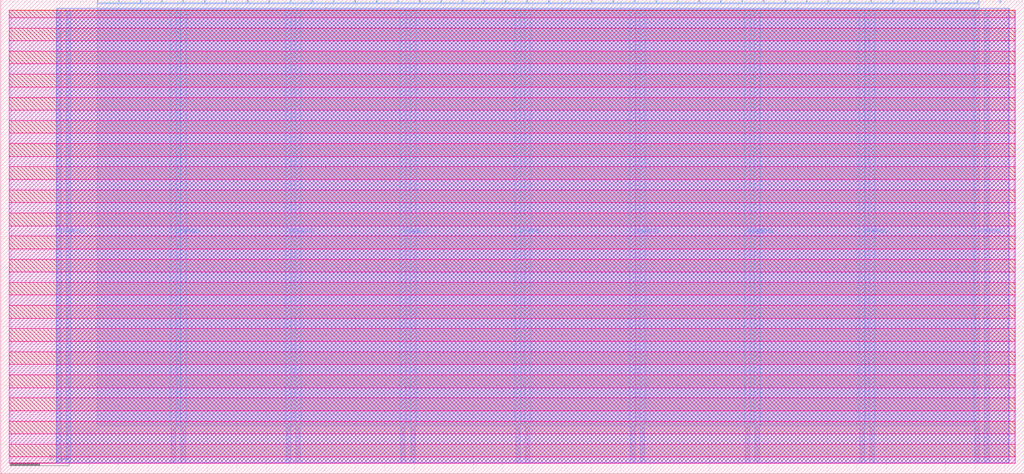
<source format=lef>
VERSION 5.7 ;
  NOWIREEXTENSIONATPIN ON ;
  DIVIDERCHAR "/" ;
  BUSBITCHARS "[]" ;
MACRO tt_um_rejunity_vga_logo
  CLASS BLOCK ;
  FOREIGN tt_um_rejunity_vga_logo ;
  ORIGIN 0.000 0.000 ;
  SIZE 346.640 BY 160.720 ;
  PIN VGND
    DIRECTION INOUT ;
    USE GROUND ;
    PORT
      LAYER Metal4 ;
        RECT 22.180 3.620 23.780 157.100 ;
    END
    PORT
      LAYER Metal4 ;
        RECT 61.050 3.620 62.650 157.100 ;
    END
    PORT
      LAYER Metal4 ;
        RECT 99.920 3.620 101.520 157.100 ;
    END
    PORT
      LAYER Metal4 ;
        RECT 138.790 3.620 140.390 157.100 ;
    END
    PORT
      LAYER Metal4 ;
        RECT 177.660 3.620 179.260 157.100 ;
    END
    PORT
      LAYER Metal4 ;
        RECT 216.530 3.620 218.130 157.100 ;
    END
    PORT
      LAYER Metal4 ;
        RECT 255.400 3.620 257.000 157.100 ;
    END
    PORT
      LAYER Metal4 ;
        RECT 294.270 3.620 295.870 157.100 ;
    END
    PORT
      LAYER Metal4 ;
        RECT 333.140 3.620 334.740 157.100 ;
    END
  END VGND
  PIN VPWR
    DIRECTION INOUT ;
    USE POWER ;
    PORT
      LAYER Metal4 ;
        RECT 18.880 3.620 20.480 157.100 ;
    END
    PORT
      LAYER Metal4 ;
        RECT 57.750 3.620 59.350 157.100 ;
    END
    PORT
      LAYER Metal4 ;
        RECT 96.620 3.620 98.220 157.100 ;
    END
    PORT
      LAYER Metal4 ;
        RECT 135.490 3.620 137.090 157.100 ;
    END
    PORT
      LAYER Metal4 ;
        RECT 174.360 3.620 175.960 157.100 ;
    END
    PORT
      LAYER Metal4 ;
        RECT 213.230 3.620 214.830 157.100 ;
    END
    PORT
      LAYER Metal4 ;
        RECT 252.100 3.620 253.700 157.100 ;
    END
    PORT
      LAYER Metal4 ;
        RECT 290.970 3.620 292.570 157.100 ;
    END
    PORT
      LAYER Metal4 ;
        RECT 329.840 3.620 331.440 157.100 ;
    END
  END VPWR
  PIN clk
    DIRECTION INPUT ;
    USE SIGNAL ;
    ANTENNAGATEAREA 4.738000 ;
    PORT
      LAYER Metal4 ;
        RECT 331.090 159.720 331.390 160.720 ;
    END
  END clk
  PIN ena
    DIRECTION INPUT ;
    USE SIGNAL ;
    PORT
      LAYER Metal4 ;
        RECT 338.370 159.720 338.670 160.720 ;
    END
  END ena
  PIN rst_n
    DIRECTION INPUT ;
    USE SIGNAL ;
    ANTENNAGATEAREA 0.498500 ;
    PORT
      LAYER Metal4 ;
        RECT 323.810 159.720 324.110 160.720 ;
    END
  END rst_n
  PIN ui_in[0]
    DIRECTION INPUT ;
    USE SIGNAL ;
    ANTENNAGATEAREA 0.726000 ;
    PORT
      LAYER Metal4 ;
        RECT 316.530 159.720 316.830 160.720 ;
    END
  END ui_in[0]
  PIN ui_in[1]
    DIRECTION INPUT ;
    USE SIGNAL ;
    ANTENNAGATEAREA 1.102000 ;
    PORT
      LAYER Metal4 ;
        RECT 309.250 159.720 309.550 160.720 ;
    END
  END ui_in[1]
  PIN ui_in[2]
    DIRECTION INPUT ;
    USE SIGNAL ;
    ANTENNAGATEAREA 1.102000 ;
    PORT
      LAYER Metal4 ;
        RECT 301.970 159.720 302.270 160.720 ;
    END
  END ui_in[2]
  PIN ui_in[3]
    DIRECTION INPUT ;
    USE SIGNAL ;
    PORT
      LAYER Metal4 ;
        RECT 294.690 159.720 294.990 160.720 ;
    END
  END ui_in[3]
  PIN ui_in[4]
    DIRECTION INPUT ;
    USE SIGNAL ;
    PORT
      LAYER Metal4 ;
        RECT 287.410 159.720 287.710 160.720 ;
    END
  END ui_in[4]
  PIN ui_in[5]
    DIRECTION INPUT ;
    USE SIGNAL ;
    PORT
      LAYER Metal4 ;
        RECT 280.130 159.720 280.430 160.720 ;
    END
  END ui_in[5]
  PIN ui_in[6]
    DIRECTION INPUT ;
    USE SIGNAL ;
    PORT
      LAYER Metal4 ;
        RECT 272.850 159.720 273.150 160.720 ;
    END
  END ui_in[6]
  PIN ui_in[7]
    DIRECTION INPUT ;
    USE SIGNAL ;
    PORT
      LAYER Metal4 ;
        RECT 265.570 159.720 265.870 160.720 ;
    END
  END ui_in[7]
  PIN uio_in[0]
    DIRECTION INPUT ;
    USE SIGNAL ;
    PORT
      LAYER Metal4 ;
        RECT 258.290 159.720 258.590 160.720 ;
    END
  END uio_in[0]
  PIN uio_in[1]
    DIRECTION INPUT ;
    USE SIGNAL ;
    PORT
      LAYER Metal4 ;
        RECT 251.010 159.720 251.310 160.720 ;
    END
  END uio_in[1]
  PIN uio_in[2]
    DIRECTION INPUT ;
    USE SIGNAL ;
    PORT
      LAYER Metal4 ;
        RECT 243.730 159.720 244.030 160.720 ;
    END
  END uio_in[2]
  PIN uio_in[3]
    DIRECTION INPUT ;
    USE SIGNAL ;
    PORT
      LAYER Metal4 ;
        RECT 236.450 159.720 236.750 160.720 ;
    END
  END uio_in[3]
  PIN uio_in[4]
    DIRECTION INPUT ;
    USE SIGNAL ;
    PORT
      LAYER Metal4 ;
        RECT 229.170 159.720 229.470 160.720 ;
    END
  END uio_in[4]
  PIN uio_in[5]
    DIRECTION INPUT ;
    USE SIGNAL ;
    PORT
      LAYER Metal4 ;
        RECT 221.890 159.720 222.190 160.720 ;
    END
  END uio_in[5]
  PIN uio_in[6]
    DIRECTION INPUT ;
    USE SIGNAL ;
    PORT
      LAYER Metal4 ;
        RECT 214.610 159.720 214.910 160.720 ;
    END
  END uio_in[6]
  PIN uio_in[7]
    DIRECTION INPUT ;
    USE SIGNAL ;
    PORT
      LAYER Metal4 ;
        RECT 207.330 159.720 207.630 160.720 ;
    END
  END uio_in[7]
  PIN uio_oe[0]
    DIRECTION OUTPUT ;
    USE SIGNAL ;
    ANTENNADIFFAREA 0.360800 ;
    PORT
      LAYER Metal4 ;
        RECT 83.570 159.720 83.870 160.720 ;
    END
  END uio_oe[0]
  PIN uio_oe[1]
    DIRECTION OUTPUT ;
    USE SIGNAL ;
    ANTENNADIFFAREA 0.360800 ;
    PORT
      LAYER Metal4 ;
        RECT 76.290 159.720 76.590 160.720 ;
    END
  END uio_oe[1]
  PIN uio_oe[2]
    DIRECTION OUTPUT ;
    USE SIGNAL ;
    ANTENNADIFFAREA 0.360800 ;
    PORT
      LAYER Metal4 ;
        RECT 69.010 159.720 69.310 160.720 ;
    END
  END uio_oe[2]
  PIN uio_oe[3]
    DIRECTION OUTPUT ;
    USE SIGNAL ;
    ANTENNADIFFAREA 0.360800 ;
    PORT
      LAYER Metal4 ;
        RECT 61.730 159.720 62.030 160.720 ;
    END
  END uio_oe[3]
  PIN uio_oe[4]
    DIRECTION OUTPUT ;
    USE SIGNAL ;
    ANTENNADIFFAREA 0.360800 ;
    PORT
      LAYER Metal4 ;
        RECT 54.450 159.720 54.750 160.720 ;
    END
  END uio_oe[4]
  PIN uio_oe[5]
    DIRECTION OUTPUT ;
    USE SIGNAL ;
    ANTENNADIFFAREA 0.360800 ;
    PORT
      LAYER Metal4 ;
        RECT 47.170 159.720 47.470 160.720 ;
    END
  END uio_oe[5]
  PIN uio_oe[6]
    DIRECTION OUTPUT ;
    USE SIGNAL ;
    ANTENNADIFFAREA 0.360800 ;
    PORT
      LAYER Metal4 ;
        RECT 39.890 159.720 40.190 160.720 ;
    END
  END uio_oe[6]
  PIN uio_oe[7]
    DIRECTION OUTPUT ;
    USE SIGNAL ;
    ANTENNADIFFAREA 0.360800 ;
    PORT
      LAYER Metal4 ;
        RECT 32.610 159.720 32.910 160.720 ;
    END
  END uio_oe[7]
  PIN uio_out[0]
    DIRECTION OUTPUT ;
    USE SIGNAL ;
    ANTENNADIFFAREA 0.360800 ;
    PORT
      LAYER Metal4 ;
        RECT 141.810 159.720 142.110 160.720 ;
    END
  END uio_out[0]
  PIN uio_out[1]
    DIRECTION OUTPUT ;
    USE SIGNAL ;
    ANTENNADIFFAREA 0.360800 ;
    PORT
      LAYER Metal4 ;
        RECT 134.530 159.720 134.830 160.720 ;
    END
  END uio_out[1]
  PIN uio_out[2]
    DIRECTION OUTPUT ;
    USE SIGNAL ;
    ANTENNADIFFAREA 0.360800 ;
    PORT
      LAYER Metal4 ;
        RECT 127.250 159.720 127.550 160.720 ;
    END
  END uio_out[2]
  PIN uio_out[3]
    DIRECTION OUTPUT ;
    USE SIGNAL ;
    ANTENNADIFFAREA 0.360800 ;
    PORT
      LAYER Metal4 ;
        RECT 119.970 159.720 120.270 160.720 ;
    END
  END uio_out[3]
  PIN uio_out[4]
    DIRECTION OUTPUT ;
    USE SIGNAL ;
    ANTENNADIFFAREA 0.360800 ;
    PORT
      LAYER Metal4 ;
        RECT 112.690 159.720 112.990 160.720 ;
    END
  END uio_out[4]
  PIN uio_out[5]
    DIRECTION OUTPUT ;
    USE SIGNAL ;
    ANTENNADIFFAREA 0.360800 ;
    PORT
      LAYER Metal4 ;
        RECT 105.410 159.720 105.710 160.720 ;
    END
  END uio_out[5]
  PIN uio_out[6]
    DIRECTION OUTPUT ;
    USE SIGNAL ;
    ANTENNADIFFAREA 0.360800 ;
    PORT
      LAYER Metal4 ;
        RECT 98.130 159.720 98.430 160.720 ;
    END
  END uio_out[6]
  PIN uio_out[7]
    DIRECTION OUTPUT ;
    USE SIGNAL ;
    ANTENNADIFFAREA 0.360800 ;
    PORT
      LAYER Metal4 ;
        RECT 90.850 159.720 91.150 160.720 ;
    END
  END uio_out[7]
  PIN uo_out[0]
    DIRECTION OUTPUT ;
    USE SIGNAL ;
    ANTENNADIFFAREA 2.059200 ;
    PORT
      LAYER Metal4 ;
        RECT 200.050 159.720 200.350 160.720 ;
    END
  END uo_out[0]
  PIN uo_out[1]
    DIRECTION OUTPUT ;
    USE SIGNAL ;
    ANTENNADIFFAREA 1.055600 ;
    PORT
      LAYER Metal4 ;
        RECT 192.770 159.720 193.070 160.720 ;
    END
  END uo_out[1]
  PIN uo_out[2]
    DIRECTION OUTPUT ;
    USE SIGNAL ;
    ANTENNADIFFAREA 2.932000 ;
    PORT
      LAYER Metal4 ;
        RECT 185.490 159.720 185.790 160.720 ;
    END
  END uo_out[2]
  PIN uo_out[3]
    DIRECTION OUTPUT ;
    USE SIGNAL ;
    ANTENNADIFFAREA 1.986000 ;
    PORT
      LAYER Metal4 ;
        RECT 178.210 159.720 178.510 160.720 ;
    END
  END uo_out[3]
  PIN uo_out[4]
    DIRECTION OUTPUT ;
    USE SIGNAL ;
    ANTENNADIFFAREA 2.932000 ;
    PORT
      LAYER Metal4 ;
        RECT 170.930 159.720 171.230 160.720 ;
    END
  END uo_out[4]
  PIN uo_out[5]
    DIRECTION OUTPUT ;
    USE SIGNAL ;
    ANTENNADIFFAREA 2.932000 ;
    PORT
      LAYER Metal4 ;
        RECT 163.650 159.720 163.950 160.720 ;
    END
  END uo_out[5]
  PIN uo_out[6]
    DIRECTION OUTPUT ;
    USE SIGNAL ;
    ANTENNADIFFAREA 2.932000 ;
    PORT
      LAYER Metal4 ;
        RECT 156.370 159.720 156.670 160.720 ;
    END
  END uo_out[6]
  PIN uo_out[7]
    DIRECTION OUTPUT ;
    USE SIGNAL ;
    ANTENNADIFFAREA 1.986000 ;
    PORT
      LAYER Metal4 ;
        RECT 149.090 159.720 149.390 160.720 ;
    END
  END uo_out[7]
  OBS
      LAYER Nwell ;
        RECT 2.930 154.640 343.710 157.230 ;
      LAYER Pwell ;
        RECT 2.930 151.120 343.710 154.640 ;
      LAYER Nwell ;
        RECT 2.930 146.800 343.710 151.120 ;
      LAYER Pwell ;
        RECT 2.930 143.280 343.710 146.800 ;
      LAYER Nwell ;
        RECT 2.930 138.960 343.710 143.280 ;
      LAYER Pwell ;
        RECT 2.930 135.440 343.710 138.960 ;
      LAYER Nwell ;
        RECT 2.930 131.120 343.710 135.440 ;
      LAYER Pwell ;
        RECT 2.930 127.600 343.710 131.120 ;
      LAYER Nwell ;
        RECT 2.930 123.280 343.710 127.600 ;
      LAYER Pwell ;
        RECT 2.930 119.760 343.710 123.280 ;
      LAYER Nwell ;
        RECT 2.930 115.440 343.710 119.760 ;
      LAYER Pwell ;
        RECT 2.930 111.920 343.710 115.440 ;
      LAYER Nwell ;
        RECT 2.930 107.600 343.710 111.920 ;
      LAYER Pwell ;
        RECT 2.930 104.080 343.710 107.600 ;
      LAYER Nwell ;
        RECT 2.930 99.760 343.710 104.080 ;
      LAYER Pwell ;
        RECT 2.930 96.240 343.710 99.760 ;
      LAYER Nwell ;
        RECT 2.930 91.920 343.710 96.240 ;
      LAYER Pwell ;
        RECT 2.930 88.400 343.710 91.920 ;
      LAYER Nwell ;
        RECT 2.930 84.080 343.710 88.400 ;
      LAYER Pwell ;
        RECT 2.930 80.560 343.710 84.080 ;
      LAYER Nwell ;
        RECT 2.930 76.240 343.710 80.560 ;
      LAYER Pwell ;
        RECT 2.930 72.720 343.710 76.240 ;
      LAYER Nwell ;
        RECT 2.930 68.400 343.710 72.720 ;
      LAYER Pwell ;
        RECT 2.930 64.880 343.710 68.400 ;
      LAYER Nwell ;
        RECT 2.930 60.560 343.710 64.880 ;
      LAYER Pwell ;
        RECT 2.930 57.040 343.710 60.560 ;
      LAYER Nwell ;
        RECT 2.930 52.720 343.710 57.040 ;
      LAYER Pwell ;
        RECT 2.930 49.200 343.710 52.720 ;
      LAYER Nwell ;
        RECT 2.930 44.880 343.710 49.200 ;
      LAYER Pwell ;
        RECT 2.930 41.360 343.710 44.880 ;
      LAYER Nwell ;
        RECT 2.930 37.040 343.710 41.360 ;
      LAYER Pwell ;
        RECT 2.930 33.520 343.710 37.040 ;
      LAYER Nwell ;
        RECT 2.930 29.200 343.710 33.520 ;
      LAYER Pwell ;
        RECT 2.930 25.680 343.710 29.200 ;
      LAYER Nwell ;
        RECT 2.930 21.360 343.710 25.680 ;
      LAYER Pwell ;
        RECT 2.930 17.840 343.710 21.360 ;
      LAYER Nwell ;
        RECT 2.930 13.520 343.710 17.840 ;
      LAYER Pwell ;
        RECT 2.930 10.000 343.710 13.520 ;
      LAYER Nwell ;
        RECT 2.930 5.680 343.710 10.000 ;
      LAYER Pwell ;
        RECT 2.930 3.490 343.710 5.680 ;
      LAYER Metal1 ;
        RECT 3.360 3.620 343.280 157.100 ;
      LAYER Metal2 ;
        RECT 19.020 3.730 341.460 157.830 ;
      LAYER Metal3 ;
        RECT 18.970 3.780 341.510 157.780 ;
      LAYER Metal4 ;
        RECT 33.210 159.420 39.590 159.720 ;
        RECT 40.490 159.420 46.870 159.720 ;
        RECT 47.770 159.420 54.150 159.720 ;
        RECT 55.050 159.420 61.430 159.720 ;
        RECT 62.330 159.420 68.710 159.720 ;
        RECT 69.610 159.420 75.990 159.720 ;
        RECT 76.890 159.420 83.270 159.720 ;
        RECT 84.170 159.420 90.550 159.720 ;
        RECT 91.450 159.420 97.830 159.720 ;
        RECT 98.730 159.420 105.110 159.720 ;
        RECT 106.010 159.420 112.390 159.720 ;
        RECT 113.290 159.420 119.670 159.720 ;
        RECT 120.570 159.420 126.950 159.720 ;
        RECT 127.850 159.420 134.230 159.720 ;
        RECT 135.130 159.420 141.510 159.720 ;
        RECT 142.410 159.420 148.790 159.720 ;
        RECT 149.690 159.420 156.070 159.720 ;
        RECT 156.970 159.420 163.350 159.720 ;
        RECT 164.250 159.420 170.630 159.720 ;
        RECT 171.530 159.420 177.910 159.720 ;
        RECT 178.810 159.420 185.190 159.720 ;
        RECT 186.090 159.420 192.470 159.720 ;
        RECT 193.370 159.420 199.750 159.720 ;
        RECT 200.650 159.420 207.030 159.720 ;
        RECT 207.930 159.420 214.310 159.720 ;
        RECT 215.210 159.420 221.590 159.720 ;
        RECT 222.490 159.420 228.870 159.720 ;
        RECT 229.770 159.420 236.150 159.720 ;
        RECT 237.050 159.420 243.430 159.720 ;
        RECT 244.330 159.420 250.710 159.720 ;
        RECT 251.610 159.420 257.990 159.720 ;
        RECT 258.890 159.420 265.270 159.720 ;
        RECT 266.170 159.420 272.550 159.720 ;
        RECT 273.450 159.420 279.830 159.720 ;
        RECT 280.730 159.420 287.110 159.720 ;
        RECT 288.010 159.420 294.390 159.720 ;
        RECT 295.290 159.420 301.670 159.720 ;
        RECT 302.570 159.420 308.950 159.720 ;
        RECT 309.850 159.420 316.230 159.720 ;
        RECT 317.130 159.420 323.510 159.720 ;
        RECT 324.410 159.420 330.790 159.720 ;
        RECT 32.620 157.400 331.380 159.420 ;
        RECT 32.620 16.330 57.450 157.400 ;
        RECT 59.650 16.330 60.750 157.400 ;
        RECT 62.950 16.330 96.320 157.400 ;
        RECT 98.520 16.330 99.620 157.400 ;
        RECT 101.820 16.330 135.190 157.400 ;
        RECT 137.390 16.330 138.490 157.400 ;
        RECT 140.690 16.330 174.060 157.400 ;
        RECT 176.260 16.330 177.360 157.400 ;
        RECT 179.560 16.330 212.930 157.400 ;
        RECT 215.130 16.330 216.230 157.400 ;
        RECT 218.430 16.330 251.800 157.400 ;
        RECT 254.000 16.330 255.100 157.400 ;
        RECT 257.300 16.330 290.670 157.400 ;
        RECT 292.870 16.330 293.970 157.400 ;
        RECT 296.170 16.330 329.540 157.400 ;
  END
END tt_um_rejunity_vga_logo
END LIBRARY


</source>
